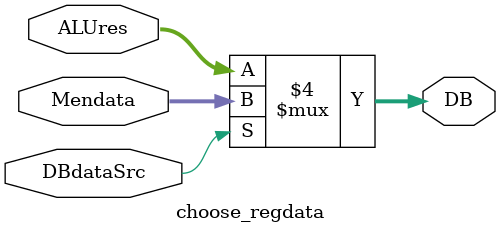
<source format=v>
`timescale 1ns / 1ps


module choose_regdata(DBdataSrc,ALUres,Mendata,DB);
    input DBdataSrc;
    input [31:0] ALUres;
    input [31:0] Mendata;
    output [31:0] DB;
    
    always@(DBdataSrc or ALUres or Mendata) begin
            if(DBdataSrc == 0)
                DB = ALUres;
            else
                DB = Mendata;
        end
endmodule

</source>
